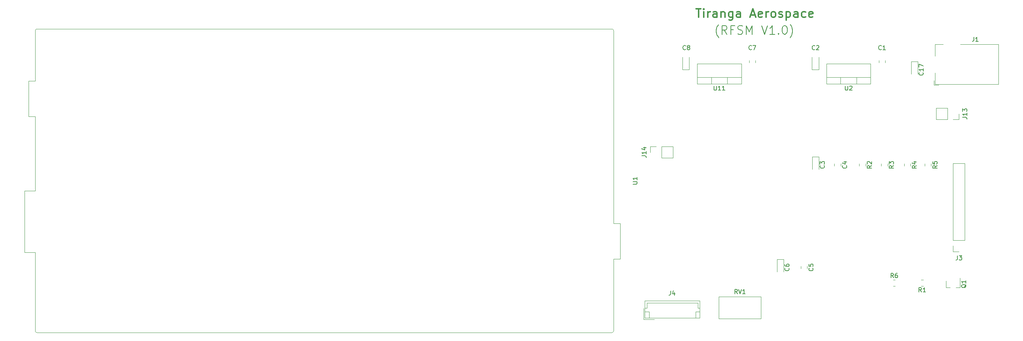
<source format=gbr>
%TF.GenerationSoftware,KiCad,Pcbnew,(5.1.8)-1*%
%TF.CreationDate,2021-07-13T09:26:45+05:30*%
%TF.ProjectId,rfsm,7266736d-2e6b-4696-9361-645f70636258,rev?*%
%TF.SameCoordinates,Original*%
%TF.FileFunction,Legend,Top*%
%TF.FilePolarity,Positive*%
%FSLAX46Y46*%
G04 Gerber Fmt 4.6, Leading zero omitted, Abs format (unit mm)*
G04 Created by KiCad (PCBNEW (5.1.8)-1) date 2021-07-13 09:26:45*
%MOMM*%
%LPD*%
G01*
G04 APERTURE LIST*
%ADD10C,0.200000*%
%ADD11C,0.300000*%
%ADD12C,0.120000*%
%ADD13C,0.150000*%
G04 APERTURE END LIST*
D10*
X182109504Y-64938066D02*
X182014266Y-64842828D01*
X181823790Y-64557114D01*
X181728552Y-64366638D01*
X181633314Y-64080923D01*
X181538076Y-63604733D01*
X181538076Y-63223780D01*
X181633314Y-62747590D01*
X181728552Y-62461876D01*
X181823790Y-62271400D01*
X182014266Y-61985685D01*
X182109504Y-61890447D01*
X184014266Y-64176161D02*
X183347600Y-63223780D01*
X182871409Y-64176161D02*
X182871409Y-62176161D01*
X183633314Y-62176161D01*
X183823790Y-62271400D01*
X183919028Y-62366638D01*
X184014266Y-62557114D01*
X184014266Y-62842828D01*
X183919028Y-63033304D01*
X183823790Y-63128542D01*
X183633314Y-63223780D01*
X182871409Y-63223780D01*
X185538076Y-63128542D02*
X184871409Y-63128542D01*
X184871409Y-64176161D02*
X184871409Y-62176161D01*
X185823790Y-62176161D01*
X186490457Y-64080923D02*
X186776171Y-64176161D01*
X187252361Y-64176161D01*
X187442838Y-64080923D01*
X187538076Y-63985685D01*
X187633314Y-63795209D01*
X187633314Y-63604733D01*
X187538076Y-63414257D01*
X187442838Y-63319019D01*
X187252361Y-63223780D01*
X186871409Y-63128542D01*
X186680933Y-63033304D01*
X186585695Y-62938066D01*
X186490457Y-62747590D01*
X186490457Y-62557114D01*
X186585695Y-62366638D01*
X186680933Y-62271400D01*
X186871409Y-62176161D01*
X187347600Y-62176161D01*
X187633314Y-62271400D01*
X188490457Y-64176161D02*
X188490457Y-62176161D01*
X189157123Y-63604733D01*
X189823790Y-62176161D01*
X189823790Y-64176161D01*
X192014266Y-62176161D02*
X192680933Y-64176161D01*
X193347600Y-62176161D01*
X195061885Y-64176161D02*
X193919028Y-64176161D01*
X194490457Y-64176161D02*
X194490457Y-62176161D01*
X194299980Y-62461876D01*
X194109504Y-62652352D01*
X193919028Y-62747590D01*
X195919028Y-63985685D02*
X196014266Y-64080923D01*
X195919028Y-64176161D01*
X195823790Y-64080923D01*
X195919028Y-63985685D01*
X195919028Y-64176161D01*
X197252361Y-62176161D02*
X197442838Y-62176161D01*
X197633314Y-62271400D01*
X197728552Y-62366638D01*
X197823790Y-62557114D01*
X197919028Y-62938066D01*
X197919028Y-63414257D01*
X197823790Y-63795209D01*
X197728552Y-63985685D01*
X197633314Y-64080923D01*
X197442838Y-64176161D01*
X197252361Y-64176161D01*
X197061885Y-64080923D01*
X196966647Y-63985685D01*
X196871409Y-63795209D01*
X196776171Y-63414257D01*
X196776171Y-62938066D01*
X196871409Y-62557114D01*
X196966647Y-62366638D01*
X197061885Y-62271400D01*
X197252361Y-62176161D01*
X198585695Y-64938066D02*
X198680933Y-64842828D01*
X198871409Y-64557114D01*
X198966647Y-64366638D01*
X199061885Y-64080923D01*
X199157123Y-63604733D01*
X199157123Y-63223780D01*
X199061885Y-62747590D01*
X198966647Y-62461876D01*
X198871409Y-62271400D01*
X198680933Y-61985685D01*
X198585695Y-61890447D01*
D11*
X176855552Y-58264561D02*
X177998409Y-58264561D01*
X177426980Y-60264561D02*
X177426980Y-58264561D01*
X178665076Y-60264561D02*
X178665076Y-58931228D01*
X178665076Y-58264561D02*
X178569838Y-58359800D01*
X178665076Y-58455038D01*
X178760314Y-58359800D01*
X178665076Y-58264561D01*
X178665076Y-58455038D01*
X179617457Y-60264561D02*
X179617457Y-58931228D01*
X179617457Y-59312180D02*
X179712695Y-59121704D01*
X179807933Y-59026466D01*
X179998409Y-58931228D01*
X180188885Y-58931228D01*
X181712695Y-60264561D02*
X181712695Y-59216942D01*
X181617457Y-59026466D01*
X181426980Y-58931228D01*
X181046028Y-58931228D01*
X180855552Y-59026466D01*
X181712695Y-60169323D02*
X181522219Y-60264561D01*
X181046028Y-60264561D01*
X180855552Y-60169323D01*
X180760314Y-59978847D01*
X180760314Y-59788371D01*
X180855552Y-59597895D01*
X181046028Y-59502657D01*
X181522219Y-59502657D01*
X181712695Y-59407419D01*
X182665076Y-58931228D02*
X182665076Y-60264561D01*
X182665076Y-59121704D02*
X182760314Y-59026466D01*
X182950790Y-58931228D01*
X183236504Y-58931228D01*
X183426980Y-59026466D01*
X183522219Y-59216942D01*
X183522219Y-60264561D01*
X185331742Y-58931228D02*
X185331742Y-60550276D01*
X185236504Y-60740752D01*
X185141266Y-60835990D01*
X184950790Y-60931228D01*
X184665076Y-60931228D01*
X184474600Y-60835990D01*
X185331742Y-60169323D02*
X185141266Y-60264561D01*
X184760314Y-60264561D01*
X184569838Y-60169323D01*
X184474600Y-60074085D01*
X184379361Y-59883609D01*
X184379361Y-59312180D01*
X184474600Y-59121704D01*
X184569838Y-59026466D01*
X184760314Y-58931228D01*
X185141266Y-58931228D01*
X185331742Y-59026466D01*
X187141266Y-60264561D02*
X187141266Y-59216942D01*
X187046028Y-59026466D01*
X186855552Y-58931228D01*
X186474600Y-58931228D01*
X186284123Y-59026466D01*
X187141266Y-60169323D02*
X186950790Y-60264561D01*
X186474600Y-60264561D01*
X186284123Y-60169323D01*
X186188885Y-59978847D01*
X186188885Y-59788371D01*
X186284123Y-59597895D01*
X186474600Y-59502657D01*
X186950790Y-59502657D01*
X187141266Y-59407419D01*
X189522219Y-59693133D02*
X190474600Y-59693133D01*
X189331742Y-60264561D02*
X189998409Y-58264561D01*
X190665076Y-60264561D01*
X192093647Y-60169323D02*
X191903171Y-60264561D01*
X191522219Y-60264561D01*
X191331742Y-60169323D01*
X191236504Y-59978847D01*
X191236504Y-59216942D01*
X191331742Y-59026466D01*
X191522219Y-58931228D01*
X191903171Y-58931228D01*
X192093647Y-59026466D01*
X192188885Y-59216942D01*
X192188885Y-59407419D01*
X191236504Y-59597895D01*
X193046028Y-60264561D02*
X193046028Y-58931228D01*
X193046028Y-59312180D02*
X193141266Y-59121704D01*
X193236504Y-59026466D01*
X193426980Y-58931228D01*
X193617457Y-58931228D01*
X194569838Y-60264561D02*
X194379361Y-60169323D01*
X194284123Y-60074085D01*
X194188885Y-59883609D01*
X194188885Y-59312180D01*
X194284123Y-59121704D01*
X194379361Y-59026466D01*
X194569838Y-58931228D01*
X194855552Y-58931228D01*
X195046028Y-59026466D01*
X195141266Y-59121704D01*
X195236504Y-59312180D01*
X195236504Y-59883609D01*
X195141266Y-60074085D01*
X195046028Y-60169323D01*
X194855552Y-60264561D01*
X194569838Y-60264561D01*
X195998409Y-60169323D02*
X196188885Y-60264561D01*
X196569838Y-60264561D01*
X196760314Y-60169323D01*
X196855552Y-59978847D01*
X196855552Y-59883609D01*
X196760314Y-59693133D01*
X196569838Y-59597895D01*
X196284123Y-59597895D01*
X196093647Y-59502657D01*
X195998409Y-59312180D01*
X195998409Y-59216942D01*
X196093647Y-59026466D01*
X196284123Y-58931228D01*
X196569838Y-58931228D01*
X196760314Y-59026466D01*
X197712695Y-58931228D02*
X197712695Y-60931228D01*
X197712695Y-59026466D02*
X197903171Y-58931228D01*
X198284123Y-58931228D01*
X198474600Y-59026466D01*
X198569838Y-59121704D01*
X198665076Y-59312180D01*
X198665076Y-59883609D01*
X198569838Y-60074085D01*
X198474600Y-60169323D01*
X198284123Y-60264561D01*
X197903171Y-60264561D01*
X197712695Y-60169323D01*
X200379361Y-60264561D02*
X200379361Y-59216942D01*
X200284123Y-59026466D01*
X200093647Y-58931228D01*
X199712695Y-58931228D01*
X199522219Y-59026466D01*
X200379361Y-60169323D02*
X200188885Y-60264561D01*
X199712695Y-60264561D01*
X199522219Y-60169323D01*
X199426980Y-59978847D01*
X199426980Y-59788371D01*
X199522219Y-59597895D01*
X199712695Y-59502657D01*
X200188885Y-59502657D01*
X200379361Y-59407419D01*
X202188885Y-60169323D02*
X201998409Y-60264561D01*
X201617457Y-60264561D01*
X201426980Y-60169323D01*
X201331742Y-60074085D01*
X201236504Y-59883609D01*
X201236504Y-59312180D01*
X201331742Y-59121704D01*
X201426980Y-59026466D01*
X201617457Y-58931228D01*
X201998409Y-58931228D01*
X202188885Y-59026466D01*
X203807933Y-60169323D02*
X203617457Y-60264561D01*
X203236504Y-60264561D01*
X203046028Y-60169323D01*
X202950790Y-59978847D01*
X202950790Y-59216942D01*
X203046028Y-59026466D01*
X203236504Y-58931228D01*
X203617457Y-58931228D01*
X203807933Y-59026466D01*
X203903171Y-59216942D01*
X203903171Y-59407419D01*
X202950790Y-59597895D01*
D12*
%TO.C,J14*%
X168910000Y-92770000D02*
X168910000Y-90110000D01*
X168910000Y-92770000D02*
X171510000Y-92770000D01*
X171510000Y-92770000D02*
X171510000Y-90110000D01*
X168910000Y-90110000D02*
X171510000Y-90110000D01*
X166310000Y-90110000D02*
X167640000Y-90110000D01*
X166310000Y-91440000D02*
X166310000Y-90110000D01*
%TO.C,J13*%
X234950000Y-81220000D02*
X234950000Y-83880000D01*
X234950000Y-81220000D02*
X232350000Y-81220000D01*
X232350000Y-81220000D02*
X232350000Y-83880000D01*
X234950000Y-83880000D02*
X232350000Y-83880000D01*
X237550000Y-83880000D02*
X236220000Y-83880000D01*
X237550000Y-82550000D02*
X237550000Y-83880000D01*
%TO.C,U1*%
X157824000Y-116154000D02*
X157824000Y-132744000D01*
X159334000Y-116154000D02*
X157824000Y-116154000D01*
X159334000Y-107934000D02*
X159334000Y-116154000D01*
X157824000Y-107934000D02*
X159334000Y-107934000D01*
X22714000Y-83154000D02*
X24234000Y-83154000D01*
X22714000Y-74934000D02*
X22714000Y-83154000D01*
X24224000Y-74934000D02*
X22714000Y-74934000D01*
X24224000Y-100334000D02*
X24234000Y-83154000D01*
X24224000Y-74934000D02*
X24224000Y-63344000D01*
X21774000Y-100334000D02*
X24224000Y-100334000D01*
X21774000Y-114554000D02*
X21774000Y-100334000D01*
X24224000Y-114554000D02*
X21774000Y-114554000D01*
X157424000Y-62944000D02*
X24624000Y-62944000D01*
X157824000Y-107934000D02*
X157824000Y-63344000D01*
X24624000Y-133144000D02*
X157424000Y-133144000D01*
X24224000Y-114554000D02*
X24224000Y-132744000D01*
X157424000Y-133144000D02*
G75*
G03*
X157824000Y-132744000I0J400000D01*
G01*
X157824000Y-63344000D02*
G75*
G03*
X157424000Y-62944000I-400000J0D01*
G01*
X24624000Y-62944000D02*
G75*
G03*
X24224000Y-63344000I0J-400000D01*
G01*
X24224000Y-132744000D02*
G75*
G03*
X24624000Y-133144000I400000J0D01*
G01*
%TO.C,C17*%
X226545000Y-70505000D02*
X226545000Y-73390000D01*
X228115000Y-70505000D02*
X226545000Y-70505000D01*
X228115000Y-73390000D02*
X228115000Y-70505000D01*
%TO.C,C1*%
X220572000Y-70746252D02*
X220572000Y-70223748D01*
X219102000Y-70746252D02*
X219102000Y-70223748D01*
%TO.C,C2*%
X205204200Y-72370000D02*
X205204200Y-69485000D01*
X203634200Y-72370000D02*
X205204200Y-72370000D01*
X203634200Y-69485000D02*
X203634200Y-72370000D01*
%TO.C,C3*%
X203691600Y-92476000D02*
X203691600Y-95361000D01*
X205261600Y-92476000D02*
X203691600Y-92476000D01*
X205261600Y-95361000D02*
X205261600Y-92476000D01*
%TO.C,C4*%
X208818400Y-94099748D02*
X208818400Y-94622252D01*
X210288400Y-94099748D02*
X210288400Y-94622252D01*
%TO.C,C5*%
X202512600Y-117797948D02*
X202512600Y-118320452D01*
X201042600Y-117797948D02*
X201042600Y-118320452D01*
%TO.C,C6*%
X197127000Y-119059200D02*
X197127000Y-116174200D01*
X197127000Y-116174200D02*
X195557000Y-116174200D01*
X195557000Y-116174200D02*
X195557000Y-119059200D01*
%TO.C,C7*%
X189130000Y-70746252D02*
X189130000Y-70223748D01*
X190600000Y-70746252D02*
X190600000Y-70223748D01*
%TO.C,C8*%
X173713000Y-69485000D02*
X173713000Y-72370000D01*
X173713000Y-72370000D02*
X175283000Y-72370000D01*
X175283000Y-72370000D02*
X175283000Y-69485000D01*
%TO.C,J1*%
X232030700Y-75720000D02*
X232030700Y-73120000D01*
X246730700Y-75720000D02*
X232030700Y-75720000D01*
X232030700Y-66520000D02*
X233930700Y-66520000D01*
X232030700Y-69220000D02*
X232030700Y-66520000D01*
X246730700Y-66520000D02*
X246730700Y-75720000D01*
X237930700Y-66520000D02*
X246730700Y-66520000D01*
X232880700Y-75920000D02*
X231830700Y-75920000D01*
X231830700Y-74870000D02*
X231830700Y-75920000D01*
%TO.C,J3*%
X237591600Y-114436200D02*
X236261600Y-114436200D01*
X236261600Y-114436200D02*
X236261600Y-113106200D01*
X236261600Y-111836200D02*
X236261600Y-93996200D01*
X238921600Y-93996200D02*
X236261600Y-93996200D01*
X238921600Y-111836200D02*
X238921600Y-93996200D01*
X238921600Y-111836200D02*
X236261600Y-111836200D01*
%TO.C,J4*%
X164730000Y-130067200D02*
X167230000Y-130067200D01*
X164730000Y-127567200D02*
X164730000Y-130067200D01*
X176750000Y-128267200D02*
X176750000Y-129767200D01*
X177750000Y-128267200D02*
X176750000Y-128267200D01*
X166030000Y-128267200D02*
X166030000Y-129767200D01*
X165030000Y-128267200D02*
X166030000Y-128267200D01*
X177250000Y-127457200D02*
X177750000Y-127457200D01*
X177250000Y-126247200D02*
X177250000Y-127457200D01*
X165530000Y-126247200D02*
X177250000Y-126247200D01*
X165530000Y-127457200D02*
X165530000Y-126247200D01*
X165030000Y-127457200D02*
X165530000Y-127457200D01*
X177750000Y-125747200D02*
X165030000Y-125747200D01*
X177750000Y-129767200D02*
X177750000Y-125747200D01*
X165030000Y-129767200D02*
X177750000Y-129767200D01*
X165030000Y-125747200D02*
X165030000Y-129767200D01*
%TO.C,Q1*%
X234640000Y-122680000D02*
X234640000Y-121220000D01*
X237800000Y-122680000D02*
X237800000Y-120520000D01*
X237800000Y-122680000D02*
X236870000Y-122680000D01*
X234640000Y-122680000D02*
X235570000Y-122680000D01*
%TO.C,R1*%
X229335064Y-120905600D02*
X228880936Y-120905600D01*
X229335064Y-122375600D02*
X228880936Y-122375600D01*
%TO.C,R2*%
X216032000Y-94133936D02*
X216032000Y-94588064D01*
X214562000Y-94133936D02*
X214562000Y-94588064D01*
%TO.C,R3*%
X221112000Y-94133936D02*
X221112000Y-94588064D01*
X219642000Y-94133936D02*
X219642000Y-94588064D01*
%TO.C,R4*%
X224950600Y-94133936D02*
X224950600Y-94588064D01*
X226420600Y-94133936D02*
X226420600Y-94588064D01*
%TO.C,R5*%
X231170400Y-94133936D02*
X231170400Y-94588064D01*
X229700400Y-94133936D02*
X229700400Y-94588064D01*
%TO.C,R6*%
X222403936Y-122375600D02*
X222858064Y-122375600D01*
X222403936Y-120905600D02*
X222858064Y-120905600D01*
%TO.C,RV1*%
X191879800Y-124825600D02*
X191879800Y-129895600D01*
X182109800Y-124825600D02*
X182109800Y-129895600D01*
X182109800Y-129895600D02*
X191879800Y-129895600D01*
X182109800Y-124825600D02*
X191879800Y-124825600D01*
%TO.C,U2*%
X210239000Y-75660000D02*
X210239000Y-74150000D01*
X213940000Y-75660000D02*
X213940000Y-74150000D01*
X217210000Y-74150000D02*
X206970000Y-74150000D01*
X206970000Y-75660000D02*
X206970000Y-71019000D01*
X217210000Y-75660000D02*
X217210000Y-71019000D01*
X217210000Y-71019000D02*
X206970000Y-71019000D01*
X217210000Y-75660000D02*
X206970000Y-75660000D01*
%TO.C,U11*%
X187365000Y-75660000D02*
X177125000Y-75660000D01*
X187365000Y-71019000D02*
X177125000Y-71019000D01*
X187365000Y-75660000D02*
X187365000Y-71019000D01*
X177125000Y-75660000D02*
X177125000Y-71019000D01*
X187365000Y-74150000D02*
X177125000Y-74150000D01*
X184095000Y-75660000D02*
X184095000Y-74150000D01*
X180394000Y-75660000D02*
X180394000Y-74150000D01*
%TO.C,J14*%
D13*
X164322380Y-92249523D02*
X165036666Y-92249523D01*
X165179523Y-92297142D01*
X165274761Y-92392380D01*
X165322380Y-92535238D01*
X165322380Y-92630476D01*
X165322380Y-91249523D02*
X165322380Y-91820952D01*
X165322380Y-91535238D02*
X164322380Y-91535238D01*
X164465238Y-91630476D01*
X164560476Y-91725714D01*
X164608095Y-91820952D01*
X164655714Y-90392380D02*
X165322380Y-90392380D01*
X164274761Y-90630476D02*
X164989047Y-90868571D01*
X164989047Y-90249523D01*
%TO.C,J13*%
X238442380Y-83359523D02*
X239156666Y-83359523D01*
X239299523Y-83407142D01*
X239394761Y-83502380D01*
X239442380Y-83645238D01*
X239442380Y-83740476D01*
X239442380Y-82359523D02*
X239442380Y-82930952D01*
X239442380Y-82645238D02*
X238442380Y-82645238D01*
X238585238Y-82740476D01*
X238680476Y-82835714D01*
X238728095Y-82930952D01*
X238442380Y-82026190D02*
X238442380Y-81407142D01*
X238823333Y-81740476D01*
X238823333Y-81597619D01*
X238870952Y-81502380D01*
X238918571Y-81454761D01*
X239013809Y-81407142D01*
X239251904Y-81407142D01*
X239347142Y-81454761D01*
X239394761Y-81502380D01*
X239442380Y-81597619D01*
X239442380Y-81883333D01*
X239394761Y-81978571D01*
X239347142Y-82026190D01*
%TO.C,U1*%
X162266380Y-98805904D02*
X163075904Y-98805904D01*
X163171142Y-98758285D01*
X163218761Y-98710666D01*
X163266380Y-98615428D01*
X163266380Y-98424952D01*
X163218761Y-98329714D01*
X163171142Y-98282095D01*
X163075904Y-98234476D01*
X162266380Y-98234476D01*
X163266380Y-97234476D02*
X163266380Y-97805904D01*
X163266380Y-97520190D02*
X162266380Y-97520190D01*
X162409238Y-97615428D01*
X162504476Y-97710666D01*
X162552095Y-97805904D01*
%TO.C,C17*%
X229267142Y-73032857D02*
X229314761Y-73080476D01*
X229362380Y-73223333D01*
X229362380Y-73318571D01*
X229314761Y-73461428D01*
X229219523Y-73556666D01*
X229124285Y-73604285D01*
X228933809Y-73651904D01*
X228790952Y-73651904D01*
X228600476Y-73604285D01*
X228505238Y-73556666D01*
X228410000Y-73461428D01*
X228362380Y-73318571D01*
X228362380Y-73223333D01*
X228410000Y-73080476D01*
X228457619Y-73032857D01*
X229362380Y-72080476D02*
X229362380Y-72651904D01*
X229362380Y-72366190D02*
X228362380Y-72366190D01*
X228505238Y-72461428D01*
X228600476Y-72556666D01*
X228648095Y-72651904D01*
X228362380Y-71747142D02*
X228362380Y-71080476D01*
X229362380Y-71509047D01*
%TO.C,C1*%
X219670333Y-67667142D02*
X219622714Y-67714761D01*
X219479857Y-67762380D01*
X219384619Y-67762380D01*
X219241761Y-67714761D01*
X219146523Y-67619523D01*
X219098904Y-67524285D01*
X219051285Y-67333809D01*
X219051285Y-67190952D01*
X219098904Y-67000476D01*
X219146523Y-66905238D01*
X219241761Y-66810000D01*
X219384619Y-66762380D01*
X219479857Y-66762380D01*
X219622714Y-66810000D01*
X219670333Y-66857619D01*
X220622714Y-67762380D02*
X220051285Y-67762380D01*
X220337000Y-67762380D02*
X220337000Y-66762380D01*
X220241761Y-66905238D01*
X220146523Y-67000476D01*
X220051285Y-67048095D01*
%TO.C,C2*%
X204303333Y-67667142D02*
X204255714Y-67714761D01*
X204112857Y-67762380D01*
X204017619Y-67762380D01*
X203874761Y-67714761D01*
X203779523Y-67619523D01*
X203731904Y-67524285D01*
X203684285Y-67333809D01*
X203684285Y-67190952D01*
X203731904Y-67000476D01*
X203779523Y-66905238D01*
X203874761Y-66810000D01*
X204017619Y-66762380D01*
X204112857Y-66762380D01*
X204255714Y-66810000D01*
X204303333Y-66857619D01*
X204684285Y-66857619D02*
X204731904Y-66810000D01*
X204827142Y-66762380D01*
X205065238Y-66762380D01*
X205160476Y-66810000D01*
X205208095Y-66857619D01*
X205255714Y-66952857D01*
X205255714Y-67048095D01*
X205208095Y-67190952D01*
X204636666Y-67762380D01*
X205255714Y-67762380D01*
%TO.C,C3*%
X206413742Y-94527666D02*
X206461361Y-94575285D01*
X206508980Y-94718142D01*
X206508980Y-94813380D01*
X206461361Y-94956238D01*
X206366123Y-95051476D01*
X206270885Y-95099095D01*
X206080409Y-95146714D01*
X205937552Y-95146714D01*
X205747076Y-95099095D01*
X205651838Y-95051476D01*
X205556600Y-94956238D01*
X205508980Y-94813380D01*
X205508980Y-94718142D01*
X205556600Y-94575285D01*
X205604219Y-94527666D01*
X205508980Y-94194333D02*
X205508980Y-93575285D01*
X205889933Y-93908619D01*
X205889933Y-93765761D01*
X205937552Y-93670523D01*
X205985171Y-93622904D01*
X206080409Y-93575285D01*
X206318504Y-93575285D01*
X206413742Y-93622904D01*
X206461361Y-93670523D01*
X206508980Y-93765761D01*
X206508980Y-94051476D01*
X206461361Y-94146714D01*
X206413742Y-94194333D01*
%TO.C,C4*%
X211590542Y-94527666D02*
X211638161Y-94575285D01*
X211685780Y-94718142D01*
X211685780Y-94813380D01*
X211638161Y-94956238D01*
X211542923Y-95051476D01*
X211447685Y-95099095D01*
X211257209Y-95146714D01*
X211114352Y-95146714D01*
X210923876Y-95099095D01*
X210828638Y-95051476D01*
X210733400Y-94956238D01*
X210685780Y-94813380D01*
X210685780Y-94718142D01*
X210733400Y-94575285D01*
X210781019Y-94527666D01*
X211019114Y-93670523D02*
X211685780Y-93670523D01*
X210638161Y-93908619D02*
X211352447Y-94146714D01*
X211352447Y-93527666D01*
%TO.C,C5*%
X203814742Y-118225866D02*
X203862361Y-118273485D01*
X203909980Y-118416342D01*
X203909980Y-118511580D01*
X203862361Y-118654438D01*
X203767123Y-118749676D01*
X203671885Y-118797295D01*
X203481409Y-118844914D01*
X203338552Y-118844914D01*
X203148076Y-118797295D01*
X203052838Y-118749676D01*
X202957600Y-118654438D01*
X202909980Y-118511580D01*
X202909980Y-118416342D01*
X202957600Y-118273485D01*
X203005219Y-118225866D01*
X202909980Y-117321104D02*
X202909980Y-117797295D01*
X203386171Y-117844914D01*
X203338552Y-117797295D01*
X203290933Y-117702057D01*
X203290933Y-117463961D01*
X203338552Y-117368723D01*
X203386171Y-117321104D01*
X203481409Y-117273485D01*
X203719504Y-117273485D01*
X203814742Y-117321104D01*
X203862361Y-117368723D01*
X203909980Y-117463961D01*
X203909980Y-117702057D01*
X203862361Y-117797295D01*
X203814742Y-117844914D01*
%TO.C,C6*%
X198279142Y-118225866D02*
X198326761Y-118273485D01*
X198374380Y-118416342D01*
X198374380Y-118511580D01*
X198326761Y-118654438D01*
X198231523Y-118749676D01*
X198136285Y-118797295D01*
X197945809Y-118844914D01*
X197802952Y-118844914D01*
X197612476Y-118797295D01*
X197517238Y-118749676D01*
X197422000Y-118654438D01*
X197374380Y-118511580D01*
X197374380Y-118416342D01*
X197422000Y-118273485D01*
X197469619Y-118225866D01*
X197374380Y-117368723D02*
X197374380Y-117559200D01*
X197422000Y-117654438D01*
X197469619Y-117702057D01*
X197612476Y-117797295D01*
X197802952Y-117844914D01*
X198183904Y-117844914D01*
X198279142Y-117797295D01*
X198326761Y-117749676D01*
X198374380Y-117654438D01*
X198374380Y-117463961D01*
X198326761Y-117368723D01*
X198279142Y-117321104D01*
X198183904Y-117273485D01*
X197945809Y-117273485D01*
X197850571Y-117321104D01*
X197802952Y-117368723D01*
X197755333Y-117463961D01*
X197755333Y-117654438D01*
X197802952Y-117749676D01*
X197850571Y-117797295D01*
X197945809Y-117844914D01*
%TO.C,C7*%
X189698333Y-67667142D02*
X189650714Y-67714761D01*
X189507857Y-67762380D01*
X189412619Y-67762380D01*
X189269761Y-67714761D01*
X189174523Y-67619523D01*
X189126904Y-67524285D01*
X189079285Y-67333809D01*
X189079285Y-67190952D01*
X189126904Y-67000476D01*
X189174523Y-66905238D01*
X189269761Y-66810000D01*
X189412619Y-66762380D01*
X189507857Y-66762380D01*
X189650714Y-66810000D01*
X189698333Y-66857619D01*
X190031666Y-66762380D02*
X190698333Y-66762380D01*
X190269761Y-67762380D01*
%TO.C,C8*%
X174458333Y-67667142D02*
X174410714Y-67714761D01*
X174267857Y-67762380D01*
X174172619Y-67762380D01*
X174029761Y-67714761D01*
X173934523Y-67619523D01*
X173886904Y-67524285D01*
X173839285Y-67333809D01*
X173839285Y-67190952D01*
X173886904Y-67000476D01*
X173934523Y-66905238D01*
X174029761Y-66810000D01*
X174172619Y-66762380D01*
X174267857Y-66762380D01*
X174410714Y-66810000D01*
X174458333Y-66857619D01*
X175029761Y-67190952D02*
X174934523Y-67143333D01*
X174886904Y-67095714D01*
X174839285Y-67000476D01*
X174839285Y-66952857D01*
X174886904Y-66857619D01*
X174934523Y-66810000D01*
X175029761Y-66762380D01*
X175220238Y-66762380D01*
X175315476Y-66810000D01*
X175363095Y-66857619D01*
X175410714Y-66952857D01*
X175410714Y-67000476D01*
X175363095Y-67095714D01*
X175315476Y-67143333D01*
X175220238Y-67190952D01*
X175029761Y-67190952D01*
X174934523Y-67238571D01*
X174886904Y-67286190D01*
X174839285Y-67381428D01*
X174839285Y-67571904D01*
X174886904Y-67667142D01*
X174934523Y-67714761D01*
X175029761Y-67762380D01*
X175220238Y-67762380D01*
X175315476Y-67714761D01*
X175363095Y-67667142D01*
X175410714Y-67571904D01*
X175410714Y-67381428D01*
X175363095Y-67286190D01*
X175315476Y-67238571D01*
X175220238Y-67190952D01*
%TO.C,J1*%
X241047366Y-64822380D02*
X241047366Y-65536666D01*
X240999747Y-65679523D01*
X240904509Y-65774761D01*
X240761652Y-65822380D01*
X240666414Y-65822380D01*
X242047366Y-65822380D02*
X241475938Y-65822380D01*
X241761652Y-65822380D02*
X241761652Y-64822380D01*
X241666414Y-64965238D01*
X241571176Y-65060476D01*
X241475938Y-65108095D01*
%TO.C,J3*%
X237258266Y-115328580D02*
X237258266Y-116042866D01*
X237210647Y-116185723D01*
X237115409Y-116280961D01*
X236972552Y-116328580D01*
X236877314Y-116328580D01*
X237639219Y-115328580D02*
X238258266Y-115328580D01*
X237924933Y-115709533D01*
X238067790Y-115709533D01*
X238163028Y-115757152D01*
X238210647Y-115804771D01*
X238258266Y-115900009D01*
X238258266Y-116138104D01*
X238210647Y-116233342D01*
X238163028Y-116280961D01*
X238067790Y-116328580D01*
X237782076Y-116328580D01*
X237686838Y-116280961D01*
X237639219Y-116233342D01*
%TO.C,J4*%
X170989666Y-123480580D02*
X170989666Y-124194866D01*
X170942047Y-124337723D01*
X170846809Y-124432961D01*
X170703952Y-124480580D01*
X170608714Y-124480580D01*
X171894428Y-123813914D02*
X171894428Y-124480580D01*
X171656333Y-123432961D02*
X171418238Y-124147247D01*
X172037285Y-124147247D01*
%TO.C,Q1*%
X239267619Y-122015238D02*
X239220000Y-122110476D01*
X239124761Y-122205714D01*
X238981904Y-122348571D01*
X238934285Y-122443809D01*
X238934285Y-122539047D01*
X239172380Y-122491428D02*
X239124761Y-122586666D01*
X239029523Y-122681904D01*
X238839047Y-122729523D01*
X238505714Y-122729523D01*
X238315238Y-122681904D01*
X238220000Y-122586666D01*
X238172380Y-122491428D01*
X238172380Y-122300952D01*
X238220000Y-122205714D01*
X238315238Y-122110476D01*
X238505714Y-122062857D01*
X238839047Y-122062857D01*
X239029523Y-122110476D01*
X239124761Y-122205714D01*
X239172380Y-122300952D01*
X239172380Y-122491428D01*
X239172380Y-121110476D02*
X239172380Y-121681904D01*
X239172380Y-121396190D02*
X238172380Y-121396190D01*
X238315238Y-121491428D01*
X238410476Y-121586666D01*
X238458095Y-121681904D01*
%TO.C,R1*%
X228941333Y-123742980D02*
X228608000Y-123266790D01*
X228369904Y-123742980D02*
X228369904Y-122742980D01*
X228750857Y-122742980D01*
X228846095Y-122790600D01*
X228893714Y-122838219D01*
X228941333Y-122933457D01*
X228941333Y-123076314D01*
X228893714Y-123171552D01*
X228846095Y-123219171D01*
X228750857Y-123266790D01*
X228369904Y-123266790D01*
X229893714Y-123742980D02*
X229322285Y-123742980D01*
X229608000Y-123742980D02*
X229608000Y-122742980D01*
X229512761Y-122885838D01*
X229417523Y-122981076D01*
X229322285Y-123028695D01*
%TO.C,R2*%
X217399380Y-94527666D02*
X216923190Y-94861000D01*
X217399380Y-95099095D02*
X216399380Y-95099095D01*
X216399380Y-94718142D01*
X216447000Y-94622904D01*
X216494619Y-94575285D01*
X216589857Y-94527666D01*
X216732714Y-94527666D01*
X216827952Y-94575285D01*
X216875571Y-94622904D01*
X216923190Y-94718142D01*
X216923190Y-95099095D01*
X216494619Y-94146714D02*
X216447000Y-94099095D01*
X216399380Y-94003857D01*
X216399380Y-93765761D01*
X216447000Y-93670523D01*
X216494619Y-93622904D01*
X216589857Y-93575285D01*
X216685095Y-93575285D01*
X216827952Y-93622904D01*
X217399380Y-94194333D01*
X217399380Y-93575285D01*
%TO.C,R3*%
X222479380Y-94527666D02*
X222003190Y-94861000D01*
X222479380Y-95099095D02*
X221479380Y-95099095D01*
X221479380Y-94718142D01*
X221527000Y-94622904D01*
X221574619Y-94575285D01*
X221669857Y-94527666D01*
X221812714Y-94527666D01*
X221907952Y-94575285D01*
X221955571Y-94622904D01*
X222003190Y-94718142D01*
X222003190Y-95099095D01*
X221479380Y-94194333D02*
X221479380Y-93575285D01*
X221860333Y-93908619D01*
X221860333Y-93765761D01*
X221907952Y-93670523D01*
X221955571Y-93622904D01*
X222050809Y-93575285D01*
X222288904Y-93575285D01*
X222384142Y-93622904D01*
X222431761Y-93670523D01*
X222479380Y-93765761D01*
X222479380Y-94051476D01*
X222431761Y-94146714D01*
X222384142Y-94194333D01*
%TO.C,R4*%
X227787980Y-94527666D02*
X227311790Y-94861000D01*
X227787980Y-95099095D02*
X226787980Y-95099095D01*
X226787980Y-94718142D01*
X226835600Y-94622904D01*
X226883219Y-94575285D01*
X226978457Y-94527666D01*
X227121314Y-94527666D01*
X227216552Y-94575285D01*
X227264171Y-94622904D01*
X227311790Y-94718142D01*
X227311790Y-95099095D01*
X227121314Y-93670523D02*
X227787980Y-93670523D01*
X226740361Y-93908619D02*
X227454647Y-94146714D01*
X227454647Y-93527666D01*
%TO.C,R5*%
X232537780Y-94527666D02*
X232061590Y-94861000D01*
X232537780Y-95099095D02*
X231537780Y-95099095D01*
X231537780Y-94718142D01*
X231585400Y-94622904D01*
X231633019Y-94575285D01*
X231728257Y-94527666D01*
X231871114Y-94527666D01*
X231966352Y-94575285D01*
X232013971Y-94622904D01*
X232061590Y-94718142D01*
X232061590Y-95099095D01*
X231537780Y-93622904D02*
X231537780Y-94099095D01*
X232013971Y-94146714D01*
X231966352Y-94099095D01*
X231918733Y-94003857D01*
X231918733Y-93765761D01*
X231966352Y-93670523D01*
X232013971Y-93622904D01*
X232109209Y-93575285D01*
X232347304Y-93575285D01*
X232442542Y-93622904D01*
X232490161Y-93670523D01*
X232537780Y-93765761D01*
X232537780Y-94003857D01*
X232490161Y-94099095D01*
X232442542Y-94146714D01*
%TO.C,R6*%
X222464333Y-120442980D02*
X222131000Y-119966790D01*
X221892904Y-120442980D02*
X221892904Y-119442980D01*
X222273857Y-119442980D01*
X222369095Y-119490600D01*
X222416714Y-119538219D01*
X222464333Y-119633457D01*
X222464333Y-119776314D01*
X222416714Y-119871552D01*
X222369095Y-119919171D01*
X222273857Y-119966790D01*
X221892904Y-119966790D01*
X223321476Y-119442980D02*
X223131000Y-119442980D01*
X223035761Y-119490600D01*
X222988142Y-119538219D01*
X222892904Y-119681076D01*
X222845285Y-119871552D01*
X222845285Y-120252504D01*
X222892904Y-120347742D01*
X222940523Y-120395361D01*
X223035761Y-120442980D01*
X223226238Y-120442980D01*
X223321476Y-120395361D01*
X223369095Y-120347742D01*
X223416714Y-120252504D01*
X223416714Y-120014409D01*
X223369095Y-119919171D01*
X223321476Y-119871552D01*
X223226238Y-119823933D01*
X223035761Y-119823933D01*
X222940523Y-119871552D01*
X222892904Y-119919171D01*
X222845285Y-120014409D01*
%TO.C,RV1*%
X186399561Y-124147980D02*
X186066228Y-123671790D01*
X185828133Y-124147980D02*
X185828133Y-123147980D01*
X186209085Y-123147980D01*
X186304323Y-123195600D01*
X186351942Y-123243219D01*
X186399561Y-123338457D01*
X186399561Y-123481314D01*
X186351942Y-123576552D01*
X186304323Y-123624171D01*
X186209085Y-123671790D01*
X185828133Y-123671790D01*
X186685276Y-123147980D02*
X187018609Y-124147980D01*
X187351942Y-123147980D01*
X188209085Y-124147980D02*
X187637657Y-124147980D01*
X187923371Y-124147980D02*
X187923371Y-123147980D01*
X187828133Y-123290838D01*
X187732895Y-123386076D01*
X187637657Y-123433695D01*
%TO.C,U2*%
X211328095Y-76112380D02*
X211328095Y-76921904D01*
X211375714Y-77017142D01*
X211423333Y-77064761D01*
X211518571Y-77112380D01*
X211709047Y-77112380D01*
X211804285Y-77064761D01*
X211851904Y-77017142D01*
X211899523Y-76921904D01*
X211899523Y-76112380D01*
X212328095Y-76207619D02*
X212375714Y-76160000D01*
X212470952Y-76112380D01*
X212709047Y-76112380D01*
X212804285Y-76160000D01*
X212851904Y-76207619D01*
X212899523Y-76302857D01*
X212899523Y-76398095D01*
X212851904Y-76540952D01*
X212280476Y-77112380D01*
X212899523Y-77112380D01*
%TO.C,U11*%
X181006904Y-76112380D02*
X181006904Y-76921904D01*
X181054523Y-77017142D01*
X181102142Y-77064761D01*
X181197380Y-77112380D01*
X181387857Y-77112380D01*
X181483095Y-77064761D01*
X181530714Y-77017142D01*
X181578333Y-76921904D01*
X181578333Y-76112380D01*
X182578333Y-77112380D02*
X182006904Y-77112380D01*
X182292619Y-77112380D02*
X182292619Y-76112380D01*
X182197380Y-76255238D01*
X182102142Y-76350476D01*
X182006904Y-76398095D01*
X183530714Y-77112380D02*
X182959285Y-77112380D01*
X183245000Y-77112380D02*
X183245000Y-76112380D01*
X183149761Y-76255238D01*
X183054523Y-76350476D01*
X182959285Y-76398095D01*
%TD*%
M02*

</source>
